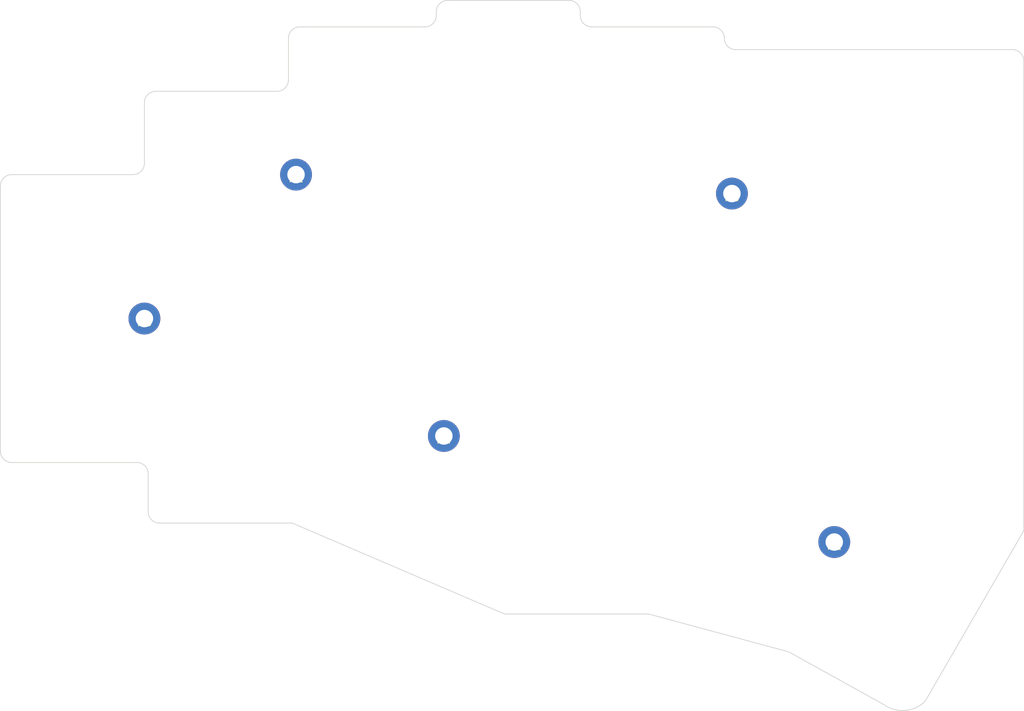
<source format=kicad_pcb>
(kicad_pcb (version 20211014) (generator pcbnew)
  (layers (0 "F.Cu" signal) (31 "B.Cu" signal) (34 "B.Paste" user) (35 "F.Paste" user) (36 "B.SilkS" user "B.Silkscreen") (37 "F.SilkS" user "F.Silkscreen") (38 "B.Mask" user) (39 "F.Mask" user) (44 "Edge.Cuts" user))
  (net 0 "")
  (footprint "kbd:M2_Hole_TH" (layer "F.Cu") (at 178.5 123)
    (fp_text reference "H2" (at 0 0.5) (layer "F.SilkS"))
    (fp_text value "MountingHole")
    (pad "" thru_hole circle locked (at 0 0) (size 4.2 4.2) (drill 2.3) (layers *.Cu *.Mask))
  )
  (footprint "kbd:M2_Hole_TH" (layer "F.Cu") (at 87.5 93.5)
    (fp_text reference "H3" (at 0 0.5) (layer "F.SilkS"))
    (fp_text value "MountingHole")
    (pad "" thru_hole circle locked (at 0 0) (size 4.2 4.2) (drill 2.3) (layers *.Cu *.Mask))
  )
  (footprint "kbd:M2_Hole_TH" (layer "F.Cu") (at 165 77)
    (fp_text reference "H5" (at 0 0.5) (layer "F.SilkS"))
    (fp_text value "MountingHole")
    (pad "" thru_hole circle locked (at 0 0) (size 4.2 4.2) (drill 2.3) (layers *.Cu *.Mask))
  )
  (footprint "kbd:M2_Hole_TH" (layer "F.Cu") (at 107.5 74.5)
    (fp_text reference "H1" (at 0 0.5) (layer "F.SilkS"))
    (fp_text value "MountingHole")
    (pad "" thru_hole circle locked (at 0 0) (size 4.2 4.2) (drill 2.3) (layers *.Cu *.Mask))
  )
  (footprint "kbd:M2_Hole_TH" (layer "F.Cu") (at 127 109)
    (fp_text reference "H4" (at 0 0.5) (layer "F.SilkS"))
    (fp_text value "MountingHole")
    (pad "" thru_hole circle locked (at 0 0) (size 4.2 4.2) (drill 2.3) (layers *.Cu *.Mask))
  )
  (gr_line (start 126 53) (end 126 53.5) (layer "Edge.Cuts") (width 0.1))
  (gr_line (start 145 53.5) (end 145 53) (layer "Edge.Cuts") (width 0.1))
  (gr_line (start 135 132.5) (end 154 132.5) (layer "Edge.Cuts") (width 0.1))
  (gr_line (start 190.5 144) (end 203.5 121.5) (layer "Edge.Cuts") (width 0.1))
  (gr_line (start 202 58) (end 165.5 58) (layer "Edge.Cuts") (width 0.1))
  (gr_line (start 89.5 120.5) (end 107 120.5) (layer "Edge.Cuts") (width 0.1))
  (gr_arc (start 86.5 112.5) (mid 87.56066 112.93934) (end 88 114) (layer "Edge.Cuts") (width 0.1))
  (gr_line (start 87.5 65) (end 87.5 73) (layer "Edge.Cuts") (width 0.1))
  (gr_arc (start 87.5 65) (mid 87.93934 63.93934) (end 89 63.5) (layer "Edge.Cuts") (width 0.1))
  (gr_line (start 143.5 51.5) (end 127.5 51.5) (layer "Edge.Cuts") (width 0.1))
  (gr_arc (start 106.5 62) (mid 106.06066 63.06066) (end 105 63.5) (layer "Edge.Cuts") (width 0.1))
  (gr_line (start 107 120.5) (end 135 132.5) (layer "Edge.Cuts") (width 0.1))
  (gr_arc (start 202 58) (mid 203.06066 58.43934) (end 203.5 59.5) (layer "Edge.Cuts") (width 0.1))
  (gr_arc (start 68.5 76) (mid 68.93934 74.93934) (end 70 74.5) (layer "Edge.Cuts") (width 0.1))
  (gr_line (start 203.5 121.5) (end 203.5 59.5) (layer "Edge.Cuts") (width 0.1))
  (gr_line (start 108.5 55) (end 108 55) (layer "Edge.Cuts") (width 0.1))
  (gr_arc (start 89.5 120.5) (mid 88.43934 120.06066) (end 88 119) (layer "Edge.Cuts") (width 0.1))
  (gr_arc (start 165.5 58) (mid 164.43934 57.56066) (end 164 56.5) (layer "Edge.Cuts") (width 0.1))
  (gr_arc (start 70 112.5) (mid 68.93934 112.06066) (end 68.5 111) (layer "Edge.Cuts") (width 0.1))
  (gr_line (start 105 63.5) (end 89 63.5) (layer "Edge.Cuts") (width 0.1))
  (gr_line (start 88 114) (end 88 119) (layer "Edge.Cuts") (width 0.1))
  (gr_line (start 106.5 56.5) (end 106.5 62) (layer "Edge.Cuts") (width 0.1))
  (gr_arc (start 190.5 144) (mid 187.849935 145.228185) (end 185.034016 144.452378) (layer "Edge.Cuts") (width 0.1))
  (gr_line (start 124.5 55) (end 108.5 55) (layer "Edge.Cuts") (width 0.1))
  (gr_arc (start 143.5 51.5) (mid 144.56066 51.93934) (end 145 53) (layer "Edge.Cuts") (width 0.1))
  (gr_line (start 86 74.5) (end 70 74.5) (layer "Edge.Cuts") (width 0.1))
  (gr_arc (start 87.5 73) (mid 87.06066 74.06066) (end 86 74.5) (layer "Edge.Cuts") (width 0.1))
  (gr_arc (start 146.5 55) (mid 145.43934 54.56066) (end 145 53.5) (layer "Edge.Cuts") (width 0.1))
  (gr_arc (start 126 53.5) (mid 125.56066 54.56066) (end 124.5 55) (layer "Edge.Cuts") (width 0.1))
  (gr_arc (start 126 53) (mid 126.43934 51.93934) (end 127.5 51.5) (layer "Edge.Cuts") (width 0.1))
  (gr_line (start 70 112.5) (end 86.5 112.5) (layer "Edge.Cuts") (width 0.1))
  (gr_arc (start 162.5 55) (mid 163.56066 55.43934) (end 164 56.5) (layer "Edge.Cuts") (width 0.1))
  (gr_line (start 185.034016 144.452378) (end 172.5 137.5) (layer "Edge.Cuts") (width 0.1))
  (gr_line (start 162.5 55) (end 146.5 55) (layer "Edge.Cuts") (width 0.1))
  (gr_arc (start 106.5 56.5) (mid 106.93934 55.43934) (end 108 55) (layer "Edge.Cuts") (width 0.1))
  (gr_line (start 68.5 76) (end 68.5 111) (layer "Edge.Cuts") (width 0.1))
  (gr_line (start 154 132.5) (end 172.5 137.5) (layer "Edge.Cuts") (width 0.1))
)
</source>
